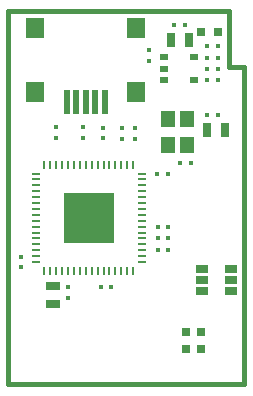
<source format=gtp>
G04 (created by PCBNEW-RS274X (2010-08-11 BZR 2448)-unstable) date Thu 16 Jun 2011 10:10:32 CST*
G01*
G70*
G90*
%MOIN*%
G04 Gerber Fmt 3.4, Leading zero omitted, Abs format*
%FSLAX34Y34*%
G04 APERTURE LIST*
%ADD10C,0.001000*%
%ADD11C,0.015000*%
%ADD12R,0.031400X0.031400*%
%ADD13R,0.009800X0.031500*%
%ADD14R,0.031500X0.009800*%
%ADD15R,0.171300X0.171300*%
%ADD16R,0.018100X0.018100*%
%ADD17R,0.025000X0.045000*%
%ADD18R,0.045000X0.025000*%
%ADD19R,0.030000X0.020000*%
%ADD20R,0.039400X0.027600*%
%ADD21R,0.019700X0.078700*%
%ADD22R,0.063000X0.070900*%
%ADD23R,0.045300X0.055100*%
G04 APERTURE END LIST*
G54D10*
G54D11*
X47244Y-51811D02*
X39370Y-51811D01*
X47244Y-41220D02*
X47244Y-41220D01*
X46732Y-41221D02*
X47244Y-41221D01*
X46732Y-39370D02*
X46732Y-41220D01*
X39370Y-51811D02*
X39370Y-39370D01*
X47244Y-41220D02*
X47244Y-51811D01*
X39370Y-39370D02*
X46732Y-39370D01*
G54D12*
X46375Y-40080D03*
X45785Y-40080D03*
X45800Y-50645D03*
X45800Y-50055D03*
X45300Y-50645D03*
X45300Y-50055D03*
G54D13*
X43530Y-44490D03*
X43333Y-44490D03*
X43136Y-44490D03*
X42939Y-44490D03*
X42743Y-44490D03*
X42546Y-44490D03*
X42349Y-44490D03*
X42152Y-44490D03*
X41955Y-44490D03*
X41758Y-44490D03*
X41561Y-44490D03*
X41365Y-44490D03*
X41168Y-44490D03*
X40971Y-44490D03*
X40774Y-44490D03*
X40577Y-44490D03*
G54D14*
X40282Y-44785D03*
X40282Y-44982D03*
X40282Y-45179D03*
X40282Y-45376D03*
X40282Y-45573D03*
X40282Y-45770D03*
X40282Y-45966D03*
X40282Y-46163D03*
X40282Y-46360D03*
X40282Y-46557D03*
X40282Y-46754D03*
X40282Y-46951D03*
X40282Y-47147D03*
X40282Y-47344D03*
X40282Y-47541D03*
X40282Y-47738D03*
G54D13*
X40577Y-48033D03*
X40774Y-48033D03*
X40971Y-48033D03*
X41168Y-48033D03*
X41365Y-48033D03*
X41561Y-48033D03*
X41758Y-48033D03*
X41955Y-48033D03*
X42152Y-48033D03*
X42349Y-48033D03*
X42546Y-48033D03*
X42743Y-48033D03*
X42939Y-48033D03*
X43136Y-48033D03*
X43333Y-48033D03*
X43530Y-48033D03*
G54D14*
X43825Y-47738D03*
X43825Y-47541D03*
X43825Y-47344D03*
X43825Y-47147D03*
X43825Y-46951D03*
X43825Y-46754D03*
X43825Y-46557D03*
X43825Y-46360D03*
X43825Y-46163D03*
X43825Y-45966D03*
X43825Y-45770D03*
X43825Y-45573D03*
X43825Y-45376D03*
X43825Y-45179D03*
X43825Y-44982D03*
X43825Y-44785D03*
G54D15*
X42054Y-46262D03*
G54D16*
X45110Y-44440D03*
X45460Y-44440D03*
X43587Y-43618D03*
X43587Y-43268D03*
X44050Y-41025D03*
X44050Y-40675D03*
X44710Y-46950D03*
X44360Y-46950D03*
X44710Y-46570D03*
X44360Y-46570D03*
X46010Y-41300D03*
X46360Y-41300D03*
X46010Y-40920D03*
X46360Y-40920D03*
X44900Y-39840D03*
X45250Y-39840D03*
X42450Y-48580D03*
X42800Y-48580D03*
X44360Y-47330D03*
X44710Y-47330D03*
X39780Y-47560D03*
X39780Y-47910D03*
X41360Y-48570D03*
X41360Y-48920D03*
X44340Y-44790D03*
X44690Y-44790D03*
X43169Y-43268D03*
X43169Y-43618D03*
X41870Y-43248D03*
X41870Y-43598D03*
X46360Y-40540D03*
X46010Y-40540D03*
X46010Y-42850D03*
X46360Y-42850D03*
X46010Y-41680D03*
X46360Y-41680D03*
G54D17*
X44780Y-40340D03*
X45380Y-40340D03*
X45980Y-43350D03*
X46580Y-43350D03*
G54D18*
X40870Y-48530D03*
X40870Y-49130D03*
G54D19*
X44550Y-40915D03*
X44550Y-41665D03*
X45550Y-40915D03*
X44550Y-41290D03*
X45550Y-41665D03*
G54D20*
X45840Y-47960D03*
X45840Y-48335D03*
X45840Y-48708D03*
X46784Y-48710D03*
X46784Y-48332D03*
X46784Y-47960D03*
G54D21*
X41320Y-42393D03*
X41635Y-42393D03*
X41950Y-42393D03*
X42265Y-42393D03*
X42580Y-42393D03*
G54D22*
X40257Y-42078D03*
X43643Y-42078D03*
X40257Y-39933D03*
X43643Y-39933D03*
G54D16*
X40949Y-43598D03*
X40949Y-43248D03*
X42539Y-43602D03*
X42539Y-43252D03*
G54D23*
X44690Y-42970D03*
X44690Y-43836D03*
X45320Y-43836D03*
X45320Y-42970D03*
M02*

</source>
